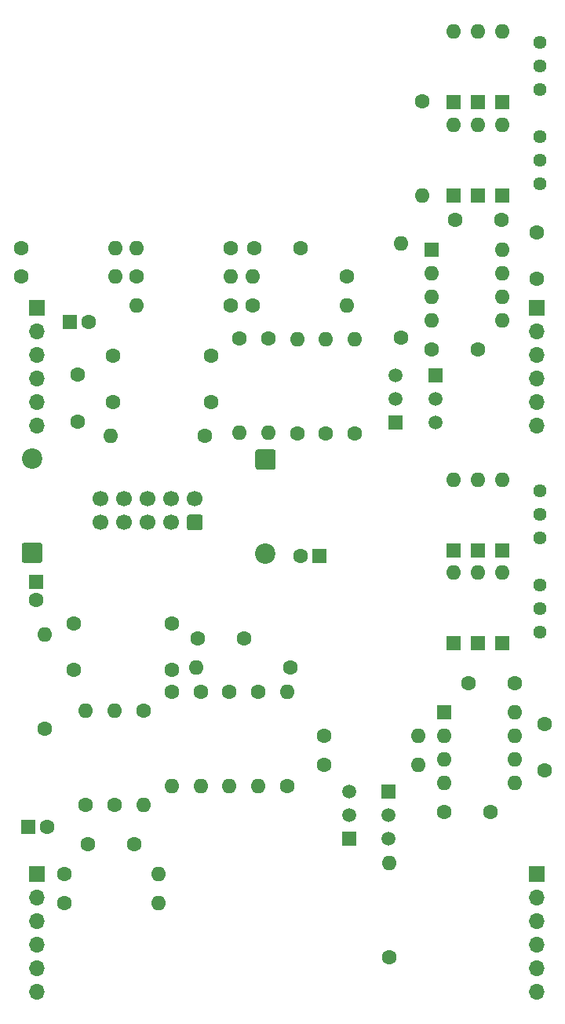
<source format=gts>
G04 #@! TF.GenerationSoftware,KiCad,Pcbnew,9.0.4-9.0.4-0~ubuntu22.04.1*
G04 #@! TF.CreationDate,2025-10-28T22:45:30+00:00*
G04 #@! TF.ProjectId,MS20-VCF,4d533230-2d56-4434-962e-6b696361645f,rev?*
G04 #@! TF.SameCoordinates,Original*
G04 #@! TF.FileFunction,Soldermask,Top*
G04 #@! TF.FilePolarity,Negative*
%FSLAX46Y46*%
G04 Gerber Fmt 4.6, Leading zero omitted, Abs format (unit mm)*
G04 Created by KiCad (PCBNEW 9.0.4-9.0.4-0~ubuntu22.04.1) date 2025-10-28 22:45:30*
%MOMM*%
%LPD*%
G01*
G04 APERTURE LIST*
%ADD10C,1.600000*%
%ADD11R,1.600000X1.600000*%
%ADD12O,1.600000X1.600000*%
%ADD13R,1.700000X1.700000*%
%ADD14O,1.700000X1.700000*%
%ADD15R,1.500000X1.500000*%
%ADD16C,1.500000*%
%ADD17C,2.200000*%
%ADD18C,1.440000*%
%ADD19C,1.700000*%
G04 APERTURE END LIST*
D10*
X87000000Y-60800000D03*
X87000000Y-65800000D03*
X87800000Y-113800000D03*
X87800000Y-118800000D03*
X38500000Y-126800000D03*
X43500000Y-126800000D03*
D11*
X83200000Y-56820000D03*
D12*
X83200000Y-49200000D03*
D11*
X83200000Y-46810000D03*
D12*
X83200000Y-39190000D03*
D11*
X80600000Y-56820000D03*
D12*
X80600000Y-49200000D03*
D11*
X80600000Y-46810000D03*
D12*
X80600000Y-39190000D03*
D11*
X78000000Y-56820000D03*
D12*
X78000000Y-49200000D03*
D11*
X78000000Y-46810000D03*
D12*
X78000000Y-39190000D03*
D13*
X87000000Y-69000000D03*
D14*
X87000000Y-71540000D03*
X87000000Y-74080000D03*
X87000000Y-76620000D03*
X87000000Y-79160000D03*
X87000000Y-81700000D03*
D13*
X33000000Y-130000000D03*
D14*
X33000000Y-132540000D03*
X33000000Y-135080000D03*
X33000000Y-137620000D03*
X33000000Y-140160000D03*
X33000000Y-142700000D03*
D15*
X76040000Y-76260000D03*
D16*
X76040000Y-78800000D03*
X76040000Y-81340000D03*
D15*
X71760000Y-81340000D03*
D16*
X71760000Y-78800000D03*
X71760000Y-76260000D03*
D15*
X66700000Y-126200000D03*
D16*
X66700000Y-123660000D03*
X66700000Y-121120000D03*
D10*
X53960000Y-68700000D03*
D12*
X43800000Y-68700000D03*
D10*
X31300000Y-62500000D03*
D12*
X41460000Y-62500000D03*
D10*
X54900000Y-72300000D03*
D12*
X54900000Y-82460000D03*
D10*
X43800000Y-65600000D03*
D12*
X53960000Y-65600000D03*
D10*
X67300000Y-82480000D03*
D12*
X67300000Y-72320000D03*
D10*
X51180000Y-82800000D03*
D12*
X41020000Y-82800000D03*
D10*
X58000000Y-72300000D03*
D12*
X58000000Y-82460000D03*
D10*
X66480000Y-65600000D03*
D12*
X56320000Y-65600000D03*
D10*
X53960000Y-62500000D03*
D12*
X43800000Y-62500000D03*
D10*
X56320000Y-68700000D03*
D12*
X66480000Y-68700000D03*
D10*
X74600000Y-46720000D03*
D12*
X74600000Y-56880000D03*
D10*
X38300000Y-122560000D03*
D12*
X38300000Y-112400000D03*
D10*
X60380000Y-107700000D03*
D12*
X50220000Y-107700000D03*
D10*
X44500000Y-112400000D03*
D12*
X44500000Y-122560000D03*
D10*
X50700000Y-110400000D03*
D12*
X50700000Y-120560000D03*
D10*
X64040000Y-118200000D03*
D12*
X74200000Y-118200000D03*
D10*
X71000000Y-138960000D03*
D12*
X71000000Y-128800000D03*
D10*
X47600000Y-110400000D03*
D12*
X47600000Y-120560000D03*
D10*
X41400000Y-122560000D03*
D12*
X41400000Y-112400000D03*
D10*
X60000000Y-120560000D03*
D12*
X60000000Y-110400000D03*
D10*
X33900000Y-114380000D03*
D12*
X33900000Y-104220000D03*
D10*
X56900000Y-110400000D03*
D12*
X56900000Y-120560000D03*
D10*
X53800000Y-110400000D03*
D12*
X53800000Y-120560000D03*
D10*
X64040000Y-115100000D03*
D12*
X74200000Y-115100000D03*
D11*
X77000000Y-112600000D03*
D12*
X77000000Y-115140000D03*
X77000000Y-117680000D03*
X77000000Y-120220000D03*
X84620000Y-120220000D03*
X84620000Y-117680000D03*
X84620000Y-115140000D03*
X84620000Y-112600000D03*
D13*
X87000000Y-130000000D03*
D14*
X87000000Y-132540000D03*
X87000000Y-135080000D03*
X87000000Y-137620000D03*
X87000000Y-140160000D03*
X87000000Y-142700000D03*
D10*
X72300000Y-72180000D03*
D12*
X72300000Y-62020000D03*
D11*
X75580000Y-62680000D03*
D12*
X75580000Y-65220000D03*
X75580000Y-67760000D03*
X75580000Y-70300000D03*
X83200000Y-70300000D03*
X83200000Y-67760000D03*
X83200000Y-65220000D03*
X83200000Y-62680000D03*
D15*
X70940000Y-121160000D03*
D16*
X70940000Y-123700000D03*
X70940000Y-126240000D03*
D10*
X50400000Y-104600000D03*
X55400000Y-104600000D03*
D11*
X78000000Y-95120000D03*
D12*
X78000000Y-87500000D03*
D11*
X80600000Y-95120000D03*
D12*
X80600000Y-87500000D03*
D11*
X83200000Y-95120000D03*
D12*
X83200000Y-87500000D03*
D11*
X83200000Y-105120000D03*
D12*
X83200000Y-97500000D03*
D11*
X80600000Y-105120000D03*
D12*
X80600000Y-97500000D03*
D11*
X78000000Y-105120000D03*
D12*
X78000000Y-97500000D03*
D10*
X56500000Y-62500000D03*
X61500000Y-62500000D03*
X31300000Y-65600000D03*
D12*
X41460000Y-65600000D03*
D10*
X61100000Y-82480000D03*
D12*
X61100000Y-72320000D03*
D10*
X64200000Y-82480000D03*
D12*
X64200000Y-72320000D03*
D13*
X33000000Y-69000000D03*
D14*
X33000000Y-71540000D03*
X33000000Y-74080000D03*
X33000000Y-76620000D03*
X33000000Y-79160000D03*
X33000000Y-81700000D03*
D10*
X37400000Y-81200000D03*
X37400000Y-76200000D03*
X36000000Y-133100000D03*
D12*
X46160000Y-133100000D03*
D10*
X36000000Y-130000000D03*
D12*
X46160000Y-130000000D03*
D10*
X83180000Y-59480000D03*
X78180000Y-59480000D03*
X82000000Y-123300000D03*
X77000000Y-123300000D03*
G36*
G01*
X33350001Y-96480000D02*
X31649999Y-96480000D01*
G75*
G02*
X31400000Y-96230001I0J249999D01*
G01*
X31400000Y-94529999D01*
G75*
G02*
X31649999Y-94280000I249999J0D01*
G01*
X33350001Y-94280000D01*
G75*
G02*
X33600000Y-94529999I0J-249999D01*
G01*
X33600000Y-96230001D01*
G75*
G02*
X33350001Y-96480000I-249999J0D01*
G01*
G37*
D17*
X32500000Y-85220000D03*
G36*
G01*
X56849999Y-84220000D02*
X58550001Y-84220000D01*
G75*
G02*
X58800000Y-84469999I0J-249999D01*
G01*
X58800000Y-86170001D01*
G75*
G02*
X58550001Y-86420000I-249999J0D01*
G01*
X56849999Y-86420000D01*
G75*
G02*
X56600000Y-86170001I0J249999D01*
G01*
X56600000Y-84469999D01*
G75*
G02*
X56849999Y-84220000I249999J0D01*
G01*
G37*
X57700000Y-95480000D03*
D10*
X80580000Y-73480000D03*
X75580000Y-73480000D03*
X84600000Y-109400000D03*
X79600000Y-109400000D03*
D11*
X32900000Y-98500000D03*
D10*
X32900000Y-100500000D03*
D11*
X63500000Y-95700000D03*
D10*
X61500000Y-95700000D03*
D11*
X36600000Y-70500000D03*
D10*
X38600000Y-70500000D03*
D18*
X87300000Y-55590000D03*
X87300000Y-53050000D03*
X87300000Y-50510000D03*
X87300000Y-45440000D03*
X87300000Y-42900000D03*
X87300000Y-40360000D03*
D11*
X32100000Y-124900000D03*
D10*
X34100000Y-124900000D03*
D18*
X87300000Y-103900000D03*
X87300000Y-101360000D03*
X87300000Y-98820000D03*
X87300000Y-93800000D03*
X87300000Y-91260000D03*
X87300000Y-88720000D03*
G36*
G01*
X50680000Y-92950000D02*
X49480000Y-92950000D01*
G75*
G02*
X49230000Y-92700000I0J250000D01*
G01*
X49230000Y-91500000D01*
G75*
G02*
X49480000Y-91250000I250000J0D01*
G01*
X50680000Y-91250000D01*
G75*
G02*
X50930000Y-91500000I0J-250000D01*
G01*
X50930000Y-92700000D01*
G75*
G02*
X50680000Y-92950000I-250000J0D01*
G01*
G37*
D19*
X50080000Y-89560000D03*
X47540000Y-92100000D03*
X47540000Y-89560000D03*
X45000000Y-92100000D03*
X45000000Y-89560000D03*
X42460000Y-92100000D03*
X42460000Y-89560000D03*
X39920000Y-92100000D03*
X39920000Y-89560000D03*
D10*
X37000000Y-108000000D03*
X37000000Y-103000000D03*
X41200000Y-79100000D03*
X41200000Y-74100000D03*
X47600000Y-103000000D03*
X47600000Y-108000000D03*
X51800000Y-74100000D03*
X51800000Y-79100000D03*
M02*

</source>
